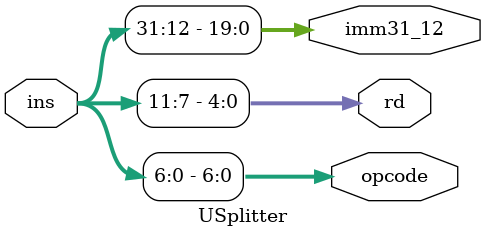
<source format=sv>
`timescale 1ns / 1ps


module USplitter(
    input [31:0] ins,
    output [6:0] opcode,
    output [4:0] rd,
    output [19:0] imm31_12
    );
    
    assign {imm31_12, rd, opcode} = ins;
    
endmodule

</source>
